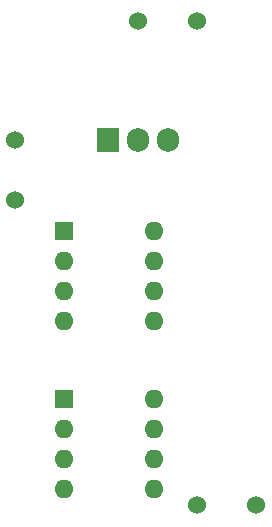
<source format=gbr>
%TF.GenerationSoftware,KiCad,Pcbnew,8.0.9*%
%TF.CreationDate,2025-03-06T03:58:24+03:00*%
%TF.ProjectId,dmx_led_controller,646d785f-6c65-4645-9f63-6f6e74726f6c,rev?*%
%TF.SameCoordinates,Original*%
%TF.FileFunction,Soldermask,Bot*%
%TF.FilePolarity,Negative*%
%FSLAX46Y46*%
G04 Gerber Fmt 4.6, Leading zero omitted, Abs format (unit mm)*
G04 Created by KiCad (PCBNEW 8.0.9) date 2025-03-06 03:58:24*
%MOMM*%
%LPD*%
G01*
G04 APERTURE LIST*
%ADD10R,1.905000X2.000000*%
%ADD11O,1.905000X2.000000*%
%ADD12R,1.600000X1.600000*%
%ADD13O,1.600000X1.600000*%
%ADD14C,1.524000*%
G04 APERTURE END LIST*
D10*
%TO.C,Q1*%
X147460000Y-92231250D03*
D11*
X150000000Y-92231250D03*
X152540000Y-92231250D03*
%TD*%
D12*
%TO.C,U1*%
X143700000Y-99931250D03*
D13*
X143700000Y-102471250D03*
X143700000Y-105011250D03*
X143700000Y-107551250D03*
X151320000Y-107551250D03*
X151320000Y-105011250D03*
X151320000Y-102471250D03*
X151320000Y-99931250D03*
%TD*%
D12*
%TO.C,U4*%
X143700000Y-114111250D03*
D13*
X143700000Y-116651250D03*
X143700000Y-119191250D03*
X143700000Y-121731250D03*
X151320000Y-121731250D03*
X151320000Y-119191250D03*
X151320000Y-116651250D03*
X151320000Y-114111250D03*
%TD*%
D14*
%TO.C,LED_LINE1*%
X150000000Y-82131250D03*
X155000000Y-82131250D03*
%TD*%
%TO.C,VCC2*%
X155000000Y-123131250D03*
X160000000Y-123131250D03*
%TD*%
%TO.C,VCC1*%
X139600000Y-92231250D03*
X139600000Y-97231250D03*
%TD*%
M02*

</source>
